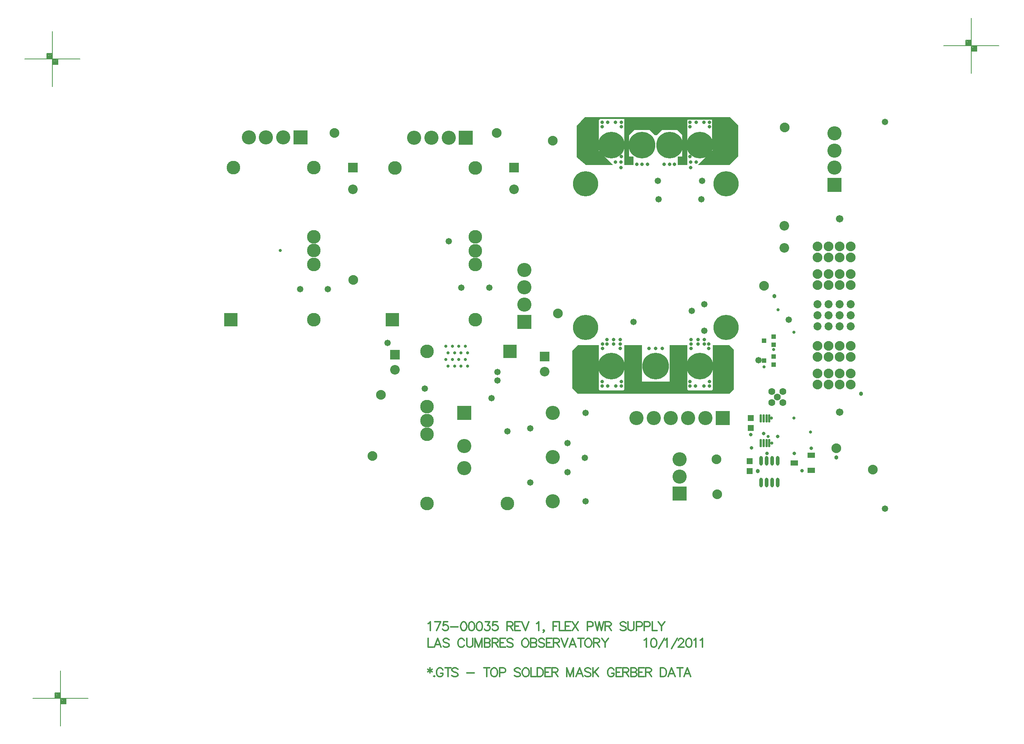
<source format=gts>
%FSLAX23Y23*%
%MOIN*%
G70*
G01*
G75*
G04 Layer_Color=8388736*
%ADD10O,0.024X0.079*%
%ADD11R,0.036X0.036*%
%ADD12O,0.014X0.067*%
%ADD13R,0.059X0.039*%
%ADD14R,0.050X0.050*%
%ADD15C,0.010*%
%ADD16C,0.020*%
%ADD17C,0.012*%
%ADD18C,0.008*%
%ADD19C,0.012*%
%ADD20C,0.012*%
%ADD21C,0.032*%
%ADD22C,0.233*%
%ADD23C,0.220*%
%ADD24C,0.064*%
%ADD25C,0.020*%
%ADD26C,0.115*%
%ADD27R,0.115X0.115*%
%ADD28C,0.079*%
%ADD29C,0.080*%
%ADD30C,0.065*%
%ADD31C,0.059*%
%ADD32C,0.055*%
%ADD33R,0.120X0.120*%
%ADD34C,0.120*%
%ADD35R,0.120X0.120*%
%ADD36R,0.079X0.079*%
%ADD37C,0.050*%
%ADD38C,0.024*%
%ADD39C,0.030*%
%ADD40C,0.040*%
%ADD41C,0.072*%
%ADD42C,0.056*%
%ADD43C,0.206*%
%ADD44C,0.104*%
%ADD45C,0.118*%
G04:AMPARAMS|DCode=46|XSize=138mil|YSize=138mil|CornerRadius=0mil|HoleSize=0mil|Usage=FLASHONLY|Rotation=0.000|XOffset=0mil|YOffset=0mil|HoleType=Round|Shape=Relief|Width=10mil|Gap=10mil|Entries=4|*
%AMTHD46*
7,0,0,0.138,0.118,0.010,45*
%
%ADD46THD46*%
G04:AMPARAMS|DCode=47|XSize=107.244mil|YSize=107.244mil|CornerRadius=0mil|HoleSize=0mil|Usage=FLASHONLY|Rotation=0.000|XOffset=0mil|YOffset=0mil|HoleType=Round|Shape=Relief|Width=10mil|Gap=10mil|Entries=4|*
%AMTHD47*
7,0,0,0.107,0.087,0.010,45*
%
%ADD47THD47*%
G04:AMPARAMS|DCode=48|XSize=112mil|YSize=112mil|CornerRadius=0mil|HoleSize=0mil|Usage=FLASHONLY|Rotation=0.000|XOffset=0mil|YOffset=0mil|HoleType=Round|Shape=Relief|Width=10mil|Gap=10mil|Entries=4|*
%AMTHD48*
7,0,0,0.112,0.092,0.010,45*
%
%ADD48THD48*%
%ADD49C,0.092*%
%ADD50C,0.190*%
%ADD51C,0.073*%
%ADD52C,0.110*%
%ADD53C,0.087*%
G04:AMPARAMS|DCode=54|XSize=130mil|YSize=130mil|CornerRadius=0mil|HoleSize=0mil|Usage=FLASHONLY|Rotation=0.000|XOffset=0mil|YOffset=0mil|HoleType=Round|Shape=Relief|Width=10mil|Gap=10mil|Entries=4|*
%AMTHD54*
7,0,0,0.130,0.110,0.010,45*
%
%ADD54THD54*%
%ADD55C,0.150*%
%ADD56C,0.068*%
G04:AMPARAMS|DCode=57|XSize=88mil|YSize=88mil|CornerRadius=0mil|HoleSize=0mil|Usage=FLASHONLY|Rotation=0.000|XOffset=0mil|YOffset=0mil|HoleType=Round|Shape=Relief|Width=10mil|Gap=10mil|Entries=4|*
%AMTHD57*
7,0,0,0.088,0.068,0.010,45*
%
%ADD57THD57*%
%ADD58C,0.055*%
G04:AMPARAMS|DCode=59|XSize=100mil|YSize=100mil|CornerRadius=0mil|HoleSize=0mil|Usage=FLASHONLY|Rotation=0.000|XOffset=0mil|YOffset=0mil|HoleType=Round|Shape=Relief|Width=10mil|Gap=10mil|Entries=4|*
%AMTHD59*
7,0,0,0.100,0.080,0.010,45*
%
%ADD59THD59*%
G04:AMPARAMS|DCode=60|XSize=93.465mil|YSize=93.465mil|CornerRadius=0mil|HoleSize=0mil|Usage=FLASHONLY|Rotation=0.000|XOffset=0mil|YOffset=0mil|HoleType=Round|Shape=Relief|Width=10mil|Gap=10mil|Entries=4|*
%AMTHD60*
7,0,0,0.093,0.073,0.010,45*
%
%ADD60THD60*%
G04:AMPARAMS|DCode=61|XSize=70mil|YSize=70mil|CornerRadius=0mil|HoleSize=0mil|Usage=FLASHONLY|Rotation=0.000|XOffset=0mil|YOffset=0mil|HoleType=Round|Shape=Relief|Width=10mil|Gap=10mil|Entries=4|*
%AMTHD61*
7,0,0,0.070,0.050,0.010,45*
%
%ADD61THD61*%
G04:AMPARAMS|DCode=62|XSize=75mil|YSize=75mil|CornerRadius=0mil|HoleSize=0mil|Usage=FLASHONLY|Rotation=0.000|XOffset=0mil|YOffset=0mil|HoleType=Round|Shape=Relief|Width=10mil|Gap=10mil|Entries=4|*
%AMTHD62*
7,0,0,0.075,0.055,0.010,45*
%
%ADD62THD62*%
%ADD63R,0.037X0.075*%
%ADD64R,0.268X0.272*%
%ADD65R,0.094X0.102*%
%ADD66R,0.050X0.050*%
%ADD67R,0.094X0.130*%
%ADD68R,0.059X0.087*%
%ADD69R,0.055X0.130*%
%ADD70C,0.050*%
%ADD71C,0.025*%
%ADD72C,0.007*%
%ADD73C,0.010*%
%ADD74C,0.024*%
%ADD75C,0.010*%
%ADD76C,0.008*%
%ADD77C,0.006*%
%ADD78C,0.007*%
%ADD79R,0.190X0.123*%
%ADD80R,0.230X0.340*%
%ADD81R,0.240X0.280*%
%ADD82R,0.230X0.275*%
%ADD83R,0.230X0.315*%
%ADD84O,0.032X0.087*%
%ADD85R,0.044X0.044*%
%ADD86O,0.022X0.075*%
%ADD87R,0.067X0.047*%
%ADD88R,0.058X0.058*%
%ADD89C,0.241*%
%ADD90C,0.228*%
%ADD91C,0.028*%
%ADD92C,0.123*%
%ADD93R,0.123X0.123*%
%ADD94C,0.087*%
%ADD95C,0.088*%
%ADD96C,0.073*%
%ADD97C,0.067*%
%ADD98C,0.063*%
%ADD99R,0.128X0.128*%
%ADD100C,0.128*%
%ADD101R,0.128X0.128*%
%ADD102R,0.087X0.087*%
%ADD103C,0.058*%
%ADD104C,0.038*%
G36*
X51834Y33524D02*
Y33164D01*
X51794Y33124D01*
X50424D01*
X50374Y33174D01*
Y33514D01*
X50424Y33564D01*
X50614D01*
Y33167D01*
X50624Y33157D01*
X50834D01*
X50844Y33167D01*
Y33564D01*
X51004D01*
Y33234D01*
X51254D01*
Y33564D01*
X51414D01*
Y33167D01*
X51424Y33157D01*
X51634D01*
X51644Y33167D01*
Y33564D01*
X51794D01*
X51834Y33524D01*
D02*
G37*
G36*
X51874Y35555D02*
Y35275D01*
X51794Y35195D01*
X51509D01*
Y35197D01*
X51644Y35332D01*
X51639Y35337D01*
Y35607D01*
X51419D01*
X51414Y35602D01*
Y35195D01*
X51329D01*
Y35272D01*
X51369D01*
Y35467D01*
X51324Y35512D01*
X51184D01*
X51139Y35467D01*
X51119D01*
X51074Y35512D01*
X50934D01*
X50889Y35467D01*
Y35272D01*
X50929D01*
Y35195D01*
X50844D01*
Y35612D01*
X50624D01*
X50614Y35602D01*
Y35325D01*
X50744Y35195D01*
X50499D01*
X50414Y35265D01*
Y35550D01*
X50489Y35630D01*
X51799D01*
X51874Y35555D01*
D02*
G37*
D17*
X49088Y30644D02*
Y30598D01*
X49069Y30633D02*
X49107Y30610D01*
Y30633D02*
X49069Y30610D01*
X49127Y30572D02*
X49123Y30568D01*
X49127Y30564D01*
X49131Y30568D01*
X49127Y30572D01*
X49205Y30625D02*
X49201Y30633D01*
X49194Y30640D01*
X49186Y30644D01*
X49171D01*
X49163Y30640D01*
X49156Y30633D01*
X49152Y30625D01*
X49148Y30614D01*
Y30594D01*
X49152Y30583D01*
X49156Y30575D01*
X49163Y30568D01*
X49171Y30564D01*
X49186D01*
X49194Y30568D01*
X49201Y30575D01*
X49205Y30583D01*
Y30594D01*
X49186D02*
X49205D01*
X49250Y30644D02*
Y30564D01*
X49224Y30644D02*
X49277D01*
X49340Y30633D02*
X49332Y30640D01*
X49321Y30644D01*
X49305D01*
X49294Y30640D01*
X49286Y30633D01*
Y30625D01*
X49290Y30617D01*
X49294Y30614D01*
X49302Y30610D01*
X49324Y30602D01*
X49332Y30598D01*
X49336Y30594D01*
X49340Y30587D01*
Y30575D01*
X49332Y30568D01*
X49321Y30564D01*
X49305D01*
X49294Y30568D01*
X49286Y30575D01*
X49420Y30598D02*
X49489D01*
X49602Y30644D02*
Y30564D01*
X49575Y30644D02*
X49629D01*
X49661D02*
X49654Y30640D01*
X49646Y30633D01*
X49642Y30625D01*
X49638Y30614D01*
Y30594D01*
X49642Y30583D01*
X49646Y30575D01*
X49654Y30568D01*
X49661Y30564D01*
X49676D01*
X49684Y30568D01*
X49692Y30575D01*
X49695Y30583D01*
X49699Y30594D01*
Y30614D01*
X49695Y30625D01*
X49692Y30633D01*
X49684Y30640D01*
X49676Y30644D01*
X49661D01*
X49718Y30602D02*
X49752D01*
X49764Y30606D01*
X49767Y30610D01*
X49771Y30617D01*
Y30629D01*
X49767Y30636D01*
X49764Y30640D01*
X49752Y30644D01*
X49718D01*
Y30564D01*
X49905Y30633D02*
X49898Y30640D01*
X49886Y30644D01*
X49871D01*
X49860Y30640D01*
X49852Y30633D01*
Y30625D01*
X49856Y30617D01*
X49860Y30614D01*
X49867Y30610D01*
X49890Y30602D01*
X49898Y30598D01*
X49902Y30594D01*
X49905Y30587D01*
Y30575D01*
X49898Y30568D01*
X49886Y30564D01*
X49871D01*
X49860Y30568D01*
X49852Y30575D01*
X49946Y30644D02*
X49938Y30640D01*
X49931Y30633D01*
X49927Y30625D01*
X49923Y30614D01*
Y30594D01*
X49927Y30583D01*
X49931Y30575D01*
X49938Y30568D01*
X49946Y30564D01*
X49961D01*
X49969Y30568D01*
X49977Y30575D01*
X49980Y30583D01*
X49984Y30594D01*
Y30614D01*
X49980Y30625D01*
X49977Y30633D01*
X49969Y30640D01*
X49961Y30644D01*
X49946D01*
X50003D02*
Y30564D01*
X50049D01*
X50057Y30644D02*
Y30564D01*
Y30644D02*
X50084D01*
X50095Y30640D01*
X50103Y30633D01*
X50107Y30625D01*
X50111Y30614D01*
Y30594D01*
X50107Y30583D01*
X50103Y30575D01*
X50095Y30568D01*
X50084Y30564D01*
X50057D01*
X50178Y30644D02*
X50129D01*
Y30564D01*
X50178D01*
X50129Y30606D02*
X50159D01*
X50191Y30644D02*
Y30564D01*
Y30644D02*
X50226D01*
X50237Y30640D01*
X50241Y30636D01*
X50245Y30629D01*
Y30621D01*
X50241Y30614D01*
X50237Y30610D01*
X50226Y30606D01*
X50191D01*
X50218D02*
X50245Y30564D01*
X50325Y30644D02*
Y30564D01*
Y30644D02*
X50356Y30564D01*
X50386Y30644D02*
X50356Y30564D01*
X50386Y30644D02*
Y30564D01*
X50470D02*
X50440Y30644D01*
X50409Y30564D01*
X50421Y30591D02*
X50459D01*
X50542Y30633D02*
X50535Y30640D01*
X50523Y30644D01*
X50508D01*
X50496Y30640D01*
X50489Y30633D01*
Y30625D01*
X50493Y30617D01*
X50496Y30614D01*
X50504Y30610D01*
X50527Y30602D01*
X50535Y30598D01*
X50538Y30594D01*
X50542Y30587D01*
Y30575D01*
X50535Y30568D01*
X50523Y30564D01*
X50508D01*
X50496Y30568D01*
X50489Y30575D01*
X50560Y30644D02*
Y30564D01*
X50613Y30644D02*
X50560Y30591D01*
X50579Y30610D02*
X50613Y30564D01*
X50751Y30625D02*
X50747Y30633D01*
X50740Y30640D01*
X50732Y30644D01*
X50717D01*
X50709Y30640D01*
X50702Y30633D01*
X50698Y30625D01*
X50694Y30614D01*
Y30594D01*
X50698Y30583D01*
X50702Y30575D01*
X50709Y30568D01*
X50717Y30564D01*
X50732D01*
X50740Y30568D01*
X50747Y30575D01*
X50751Y30583D01*
Y30594D01*
X50732D02*
X50751D01*
X50819Y30644D02*
X50770D01*
Y30564D01*
X50819D01*
X50770Y30606D02*
X50800D01*
X50832Y30644D02*
Y30564D01*
Y30644D02*
X50867D01*
X50878Y30640D01*
X50882Y30636D01*
X50886Y30629D01*
Y30621D01*
X50882Y30614D01*
X50878Y30610D01*
X50867Y30606D01*
X50832D01*
X50859D02*
X50886Y30564D01*
X50904Y30644D02*
Y30564D01*
Y30644D02*
X50938D01*
X50949Y30640D01*
X50953Y30636D01*
X50957Y30629D01*
Y30621D01*
X50953Y30614D01*
X50949Y30610D01*
X50938Y30606D01*
X50904D02*
X50938D01*
X50949Y30602D01*
X50953Y30598D01*
X50957Y30591D01*
Y30579D01*
X50953Y30572D01*
X50949Y30568D01*
X50938Y30564D01*
X50904D01*
X51024Y30644D02*
X50975D01*
Y30564D01*
X51024D01*
X50975Y30606D02*
X51005D01*
X51038Y30644D02*
Y30564D01*
Y30644D02*
X51072D01*
X51083Y30640D01*
X51087Y30636D01*
X51091Y30629D01*
Y30621D01*
X51087Y30614D01*
X51083Y30610D01*
X51072Y30606D01*
X51038D01*
X51064D02*
X51091Y30564D01*
X51172Y30644D02*
Y30564D01*
Y30644D02*
X51198D01*
X51210Y30640D01*
X51217Y30633D01*
X51221Y30625D01*
X51225Y30614D01*
Y30594D01*
X51221Y30583D01*
X51217Y30575D01*
X51210Y30568D01*
X51198Y30564D01*
X51172D01*
X51304D02*
X51273Y30644D01*
X51243Y30564D01*
X51254Y30591D02*
X51292D01*
X51349Y30644D02*
Y30564D01*
X51323Y30644D02*
X51376D01*
X51446Y30564D02*
X51416Y30644D01*
X51385Y30564D01*
X51397Y30591D02*
X51435D01*
D18*
X45497Y30370D02*
X45997D01*
X45747Y30120D02*
Y30620D01*
X45697Y30370D02*
Y30420D01*
X45747D01*
X45797Y30320D02*
Y30370D01*
X45747Y30320D02*
X45797D01*
X45752Y30365D02*
X45792D01*
Y30325D02*
Y30365D01*
X45752Y30325D02*
X45792D01*
X45752D02*
Y30365D01*
X45757Y30360D02*
X45787D01*
Y30330D02*
Y30360D01*
X45757Y30330D02*
X45787D01*
X45757D02*
Y30355D01*
X45762D02*
X45782D01*
Y30335D02*
Y30355D01*
X45762Y30335D02*
X45782D01*
X45762D02*
Y30350D01*
X45767D02*
X45777D01*
Y30340D02*
Y30350D01*
X45767Y30340D02*
X45777D01*
X45767D02*
Y30350D01*
Y30345D02*
X45777D01*
X45702Y30415D02*
X45742D01*
Y30375D02*
Y30415D01*
X45702Y30375D02*
X45742D01*
X45702D02*
Y30415D01*
X45707Y30410D02*
X45737D01*
Y30380D02*
Y30410D01*
X45707Y30380D02*
X45737D01*
X45707D02*
Y30405D01*
X45712D02*
X45732D01*
Y30385D02*
Y30405D01*
X45712Y30385D02*
X45732D01*
X45712D02*
Y30400D01*
X45717D02*
X45727D01*
Y30390D02*
Y30400D01*
X45717Y30390D02*
X45727D01*
X45717D02*
Y30400D01*
Y30395D02*
X45727D01*
X45426Y36157D02*
X45926D01*
X45676Y35907D02*
Y36407D01*
X45626Y36157D02*
Y36207D01*
X45676D01*
X45726Y36107D02*
Y36157D01*
X45676Y36107D02*
X45726D01*
X45681Y36152D02*
X45721D01*
Y36112D02*
Y36152D01*
X45681Y36112D02*
X45721D01*
X45681D02*
Y36152D01*
X45686Y36147D02*
X45716D01*
Y36117D02*
Y36147D01*
X45686Y36117D02*
X45716D01*
X45686D02*
Y36142D01*
X45691D02*
X45711D01*
Y36122D02*
Y36142D01*
X45691Y36122D02*
X45711D01*
X45691D02*
Y36137D01*
X45696D02*
X45706D01*
Y36127D02*
Y36137D01*
X45696Y36127D02*
X45706D01*
X45696D02*
Y36137D01*
Y36132D02*
X45706D01*
X45631Y36202D02*
X45671D01*
Y36162D02*
Y36202D01*
X45631Y36162D02*
X45671D01*
X45631D02*
Y36202D01*
X45636Y36197D02*
X45666D01*
Y36167D02*
Y36197D01*
X45636Y36167D02*
X45666D01*
X45636D02*
Y36192D01*
X45641D02*
X45661D01*
Y36172D02*
Y36192D01*
X45641Y36172D02*
X45661D01*
X45641D02*
Y36187D01*
X45646D02*
X45656D01*
Y36177D02*
Y36187D01*
X45646Y36177D02*
X45656D01*
X45646D02*
Y36187D01*
Y36182D02*
X45656D01*
X53733Y36275D02*
X54233D01*
X53983Y36025D02*
Y36525D01*
X53933Y36275D02*
Y36325D01*
X53983D01*
X54033Y36225D02*
Y36275D01*
X53983Y36225D02*
X54033D01*
X53988Y36270D02*
X54028D01*
Y36230D02*
Y36270D01*
X53988Y36230D02*
X54028D01*
X53988D02*
Y36270D01*
X53993Y36265D02*
X54023D01*
Y36235D02*
Y36265D01*
X53993Y36235D02*
X54023D01*
X53993D02*
Y36260D01*
X53998D02*
X54018D01*
Y36240D02*
Y36260D01*
X53998Y36240D02*
X54018D01*
X53998D02*
Y36255D01*
X54003D02*
X54013D01*
Y36245D02*
Y36255D01*
X54003Y36245D02*
X54013D01*
X54003D02*
Y36255D01*
Y36250D02*
X54013D01*
X53938Y36320D02*
X53978D01*
Y36280D02*
Y36320D01*
X53938Y36280D02*
X53978D01*
X53938D02*
Y36320D01*
X53943Y36315D02*
X53973D01*
Y36285D02*
Y36315D01*
X53943Y36285D02*
X53973D01*
X53943D02*
Y36310D01*
X53948D02*
X53968D01*
Y36290D02*
Y36310D01*
X53948Y36290D02*
X53968D01*
X53948D02*
Y36305D01*
X53953D02*
X53963D01*
Y36295D02*
Y36305D01*
X53953Y36295D02*
X53963D01*
X53953D02*
Y36305D01*
Y36300D02*
X53963D01*
D19*
X49073Y31045D02*
X49081Y31049D01*
X49092Y31061D01*
Y30981D01*
X49185Y31061D02*
X49147Y30981D01*
X49132Y31061D02*
X49185D01*
X49249D02*
X49211D01*
X49207Y31026D01*
X49211Y31030D01*
X49222Y31034D01*
X49233D01*
X49245Y31030D01*
X49252Y31022D01*
X49256Y31011D01*
Y31003D01*
X49252Y30992D01*
X49245Y30984D01*
X49233Y30981D01*
X49222D01*
X49211Y30984D01*
X49207Y30988D01*
X49203Y30996D01*
X49274Y31015D02*
X49343D01*
X49389Y31061D02*
X49378Y31057D01*
X49370Y31045D01*
X49366Y31026D01*
Y31015D01*
X49370Y30996D01*
X49378Y30984D01*
X49389Y30981D01*
X49397D01*
X49408Y30984D01*
X49416Y30996D01*
X49420Y31015D01*
Y31026D01*
X49416Y31045D01*
X49408Y31057D01*
X49397Y31061D01*
X49389D01*
X49460D02*
X49449Y31057D01*
X49441Y31045D01*
X49438Y31026D01*
Y31015D01*
X49441Y30996D01*
X49449Y30984D01*
X49460Y30981D01*
X49468D01*
X49479Y30984D01*
X49487Y30996D01*
X49491Y31015D01*
Y31026D01*
X49487Y31045D01*
X49479Y31057D01*
X49468Y31061D01*
X49460D01*
X49532D02*
X49520Y31057D01*
X49513Y31045D01*
X49509Y31026D01*
Y31015D01*
X49513Y30996D01*
X49520Y30984D01*
X49532Y30981D01*
X49539D01*
X49551Y30984D01*
X49558Y30996D01*
X49562Y31015D01*
Y31026D01*
X49558Y31045D01*
X49551Y31057D01*
X49539Y31061D01*
X49532D01*
X49588D02*
X49629D01*
X49607Y31030D01*
X49618D01*
X49626Y31026D01*
X49629Y31022D01*
X49633Y31011D01*
Y31003D01*
X49629Y30992D01*
X49622Y30984D01*
X49610Y30981D01*
X49599D01*
X49588Y30984D01*
X49584Y30988D01*
X49580Y30996D01*
X49697Y31061D02*
X49659D01*
X49655Y31026D01*
X49659Y31030D01*
X49670Y31034D01*
X49682D01*
X49693Y31030D01*
X49701Y31022D01*
X49705Y31011D01*
Y31003D01*
X49701Y30992D01*
X49693Y30984D01*
X49682Y30981D01*
X49670D01*
X49659Y30984D01*
X49655Y30988D01*
X49651Y30996D01*
X49785Y31061D02*
Y30981D01*
Y31061D02*
X49820D01*
X49831Y31057D01*
X49835Y31053D01*
X49839Y31045D01*
Y31038D01*
X49835Y31030D01*
X49831Y31026D01*
X49820Y31022D01*
X49785D01*
X49812D02*
X49839Y30981D01*
X49906Y31061D02*
X49856D01*
Y30981D01*
X49906D01*
X49856Y31022D02*
X49887D01*
X49919Y31061D02*
X49950Y30981D01*
X49980Y31061D02*
X49950Y30981D01*
X50053Y31045D02*
X50061Y31049D01*
X50072Y31061D01*
Y30981D01*
X50120Y30984D02*
X50116Y30981D01*
X50112Y30984D01*
X50116Y30988D01*
X50120Y30984D01*
Y30977D01*
X50116Y30969D01*
X50112Y30965D01*
X50200Y31061D02*
Y30981D01*
Y31061D02*
X50250D01*
X50200Y31022D02*
X50230D01*
X50259Y31061D02*
Y30981D01*
X50304D01*
X50363Y31061D02*
X50313D01*
Y30981D01*
X50363D01*
X50313Y31022D02*
X50344D01*
X50376Y31061D02*
X50429Y30981D01*
Y31061D02*
X50376Y30981D01*
X50510Y31019D02*
X50544D01*
X50556Y31022D01*
X50560Y31026D01*
X50563Y31034D01*
Y31045D01*
X50560Y31053D01*
X50556Y31057D01*
X50544Y31061D01*
X50510D01*
Y30981D01*
X50581Y31061D02*
X50600Y30981D01*
X50619Y31061D02*
X50600Y30981D01*
X50619Y31061D02*
X50638Y30981D01*
X50657Y31061D02*
X50638Y30981D01*
X50673Y31061D02*
Y30981D01*
Y31061D02*
X50708D01*
X50719Y31057D01*
X50723Y31053D01*
X50727Y31045D01*
Y31038D01*
X50723Y31030D01*
X50719Y31026D01*
X50708Y31022D01*
X50673D01*
X50700D02*
X50727Y30981D01*
X50861Y31049D02*
X50853Y31057D01*
X50842Y31061D01*
X50827D01*
X50815Y31057D01*
X50808Y31049D01*
Y31042D01*
X50811Y31034D01*
X50815Y31030D01*
X50823Y31026D01*
X50846Y31019D01*
X50853Y31015D01*
X50857Y31011D01*
X50861Y31003D01*
Y30992D01*
X50853Y30984D01*
X50842Y30981D01*
X50827D01*
X50815Y30984D01*
X50808Y30992D01*
X50879Y31061D02*
Y31003D01*
X50883Y30992D01*
X50890Y30984D01*
X50902Y30981D01*
X50909D01*
X50921Y30984D01*
X50928Y30992D01*
X50932Y31003D01*
Y31061D01*
X50954Y31019D02*
X50988D01*
X51000Y31022D01*
X51004Y31026D01*
X51007Y31034D01*
Y31045D01*
X51004Y31053D01*
X51000Y31057D01*
X50988Y31061D01*
X50954D01*
Y30981D01*
X51025Y31019D02*
X51060D01*
X51071Y31022D01*
X51075Y31026D01*
X51079Y31034D01*
Y31045D01*
X51075Y31053D01*
X51071Y31057D01*
X51060Y31061D01*
X51025D01*
Y30981D01*
X51097Y31061D02*
Y30981D01*
X51142D01*
X51151Y31061D02*
X51182Y31022D01*
Y30981D01*
X51212Y31061D02*
X51182Y31022D01*
D20*
X49073Y30911D02*
Y30831D01*
X49119D01*
X49188D02*
X49158Y30911D01*
X49127Y30831D01*
X49139Y30857D02*
X49177D01*
X49260Y30899D02*
X49253Y30907D01*
X49241Y30911D01*
X49226D01*
X49215Y30907D01*
X49207Y30899D01*
Y30892D01*
X49211Y30884D01*
X49215Y30880D01*
X49222Y30876D01*
X49245Y30869D01*
X49253Y30865D01*
X49257Y30861D01*
X49260Y30853D01*
Y30842D01*
X49253Y30834D01*
X49241Y30831D01*
X49226D01*
X49215Y30834D01*
X49207Y30842D01*
X49398Y30892D02*
X49394Y30899D01*
X49387Y30907D01*
X49379Y30911D01*
X49364D01*
X49356Y30907D01*
X49349Y30899D01*
X49345Y30892D01*
X49341Y30880D01*
Y30861D01*
X49345Y30850D01*
X49349Y30842D01*
X49356Y30834D01*
X49364Y30831D01*
X49379D01*
X49387Y30834D01*
X49394Y30842D01*
X49398Y30850D01*
X49421Y30911D02*
Y30853D01*
X49425Y30842D01*
X49432Y30834D01*
X49444Y30831D01*
X49451D01*
X49463Y30834D01*
X49470Y30842D01*
X49474Y30853D01*
Y30911D01*
X49496D02*
Y30831D01*
Y30911D02*
X49527Y30831D01*
X49557Y30911D02*
X49527Y30831D01*
X49557Y30911D02*
Y30831D01*
X49580Y30911D02*
Y30831D01*
Y30911D02*
X49614D01*
X49626Y30907D01*
X49629Y30903D01*
X49633Y30895D01*
Y30888D01*
X49629Y30880D01*
X49626Y30876D01*
X49614Y30872D01*
X49580D02*
X49614D01*
X49626Y30869D01*
X49629Y30865D01*
X49633Y30857D01*
Y30846D01*
X49629Y30838D01*
X49626Y30834D01*
X49614Y30831D01*
X49580D01*
X49651Y30911D02*
Y30831D01*
Y30911D02*
X49685D01*
X49697Y30907D01*
X49701Y30903D01*
X49705Y30895D01*
Y30888D01*
X49701Y30880D01*
X49697Y30876D01*
X49685Y30872D01*
X49651D01*
X49678D02*
X49705Y30831D01*
X49772Y30911D02*
X49722D01*
Y30831D01*
X49772D01*
X49722Y30872D02*
X49753D01*
X49839Y30899D02*
X49831Y30907D01*
X49820Y30911D01*
X49804D01*
X49793Y30907D01*
X49785Y30899D01*
Y30892D01*
X49789Y30884D01*
X49793Y30880D01*
X49800Y30876D01*
X49823Y30869D01*
X49831Y30865D01*
X49835Y30861D01*
X49839Y30853D01*
Y30842D01*
X49831Y30834D01*
X49820Y30831D01*
X49804D01*
X49793Y30834D01*
X49785Y30842D01*
X49942Y30911D02*
X49935Y30907D01*
X49927Y30899D01*
X49923Y30892D01*
X49919Y30880D01*
Y30861D01*
X49923Y30850D01*
X49927Y30842D01*
X49935Y30834D01*
X49942Y30831D01*
X49957D01*
X49965Y30834D01*
X49973Y30842D01*
X49976Y30850D01*
X49980Y30861D01*
Y30880D01*
X49976Y30892D01*
X49973Y30899D01*
X49965Y30907D01*
X49957Y30911D01*
X49942D01*
X49999D02*
Y30831D01*
Y30911D02*
X50033D01*
X50045Y30907D01*
X50048Y30903D01*
X50052Y30895D01*
Y30888D01*
X50048Y30880D01*
X50045Y30876D01*
X50033Y30872D01*
X49999D02*
X50033D01*
X50045Y30869D01*
X50048Y30865D01*
X50052Y30857D01*
Y30846D01*
X50048Y30838D01*
X50045Y30834D01*
X50033Y30831D01*
X49999D01*
X50123Y30899D02*
X50116Y30907D01*
X50104Y30911D01*
X50089D01*
X50078Y30907D01*
X50070Y30899D01*
Y30892D01*
X50074Y30884D01*
X50078Y30880D01*
X50085Y30876D01*
X50108Y30869D01*
X50116Y30865D01*
X50120Y30861D01*
X50123Y30853D01*
Y30842D01*
X50116Y30834D01*
X50104Y30831D01*
X50089D01*
X50078Y30834D01*
X50070Y30842D01*
X50191Y30911D02*
X50141D01*
Y30831D01*
X50191D01*
X50141Y30872D02*
X50172D01*
X50204Y30911D02*
Y30831D01*
Y30911D02*
X50238D01*
X50250Y30907D01*
X50254Y30903D01*
X50258Y30895D01*
Y30888D01*
X50254Y30880D01*
X50250Y30876D01*
X50238Y30872D01*
X50204D01*
X50231D02*
X50258Y30831D01*
X50275Y30911D02*
X50306Y30831D01*
X50336Y30911D02*
X50306Y30831D01*
X50408D02*
X50377Y30911D01*
X50347Y30831D01*
X50358Y30857D02*
X50396D01*
X50453Y30911D02*
Y30831D01*
X50426Y30911D02*
X50480D01*
X50512D02*
X50504Y30907D01*
X50497Y30899D01*
X50493Y30892D01*
X50489Y30880D01*
Y30861D01*
X50493Y30850D01*
X50497Y30842D01*
X50504Y30834D01*
X50512Y30831D01*
X50527D01*
X50535Y30834D01*
X50542Y30842D01*
X50546Y30850D01*
X50550Y30861D01*
Y30880D01*
X50546Y30892D01*
X50542Y30899D01*
X50535Y30907D01*
X50527Y30911D01*
X50512D01*
X50569D02*
Y30831D01*
Y30911D02*
X50603D01*
X50614Y30907D01*
X50618Y30903D01*
X50622Y30895D01*
Y30888D01*
X50618Y30880D01*
X50614Y30876D01*
X50603Y30872D01*
X50569D01*
X50595D02*
X50622Y30831D01*
X50640Y30911D02*
X50670Y30872D01*
Y30831D01*
X50701Y30911D02*
X50670Y30872D01*
X51025Y30895D02*
X51033Y30899D01*
X51044Y30911D01*
Y30831D01*
X51107Y30911D02*
X51095Y30907D01*
X51088Y30895D01*
X51084Y30876D01*
Y30865D01*
X51088Y30846D01*
X51095Y30834D01*
X51107Y30831D01*
X51114D01*
X51126Y30834D01*
X51134Y30846D01*
X51137Y30865D01*
Y30876D01*
X51134Y30895D01*
X51126Y30907D01*
X51114Y30911D01*
X51107D01*
X51155Y30819D02*
X51209Y30911D01*
X51214Y30895D02*
X51222Y30899D01*
X51233Y30911D01*
Y30831D01*
X51273Y30819D02*
X51326Y30911D01*
X51335Y30892D02*
Y30895D01*
X51339Y30903D01*
X51343Y30907D01*
X51350Y30911D01*
X51365D01*
X51373Y30907D01*
X51377Y30903D01*
X51381Y30895D01*
Y30888D01*
X51377Y30880D01*
X51369Y30869D01*
X51331Y30831D01*
X51385D01*
X51425Y30911D02*
X51414Y30907D01*
X51406Y30895D01*
X51402Y30876D01*
Y30865D01*
X51406Y30846D01*
X51414Y30834D01*
X51425Y30831D01*
X51433D01*
X51444Y30834D01*
X51452Y30846D01*
X51456Y30865D01*
Y30876D01*
X51452Y30895D01*
X51444Y30907D01*
X51433Y30911D01*
X51425D01*
X51474Y30895D02*
X51481Y30899D01*
X51493Y30911D01*
Y30831D01*
X51532Y30895D02*
X51540Y30899D01*
X51551Y30911D01*
Y30831D01*
D21*
X51439Y33197D02*
D03*
Y33237D02*
D03*
X51489Y33197D02*
D03*
X51614D02*
D03*
X51564D02*
D03*
X51614Y33237D02*
D03*
X51569Y33617D02*
D03*
X51512D02*
D03*
X51449D02*
D03*
Y33577D02*
D03*
Y33537D02*
D03*
X51512Y33577D02*
D03*
X51569D02*
D03*
X51609D02*
D03*
Y33537D02*
D03*
X51069D02*
D03*
X51189D02*
D03*
X51129D02*
D03*
X50649D02*
D03*
Y33577D02*
D03*
X50689D02*
D03*
X50747D02*
D03*
X50809Y33537D02*
D03*
Y33577D02*
D03*
Y33617D02*
D03*
X50747D02*
D03*
X50689D02*
D03*
X50644Y33237D02*
D03*
X50694Y33197D02*
D03*
X50644D02*
D03*
X50769D02*
D03*
X50819Y33237D02*
D03*
Y33197D02*
D03*
X51614Y35542D02*
D03*
X51564Y35582D02*
D03*
X51614D02*
D03*
X51494D02*
D03*
X51439Y35542D02*
D03*
Y35582D02*
D03*
X51494Y35222D02*
D03*
X51439Y35272D02*
D03*
X51444Y35222D02*
D03*
Y35172D02*
D03*
X51254Y35202D02*
D03*
X51299D02*
D03*
X51204D02*
D03*
X51054D02*
D03*
X50959D02*
D03*
X51004D02*
D03*
X50814Y35172D02*
D03*
Y35222D02*
D03*
X50819Y35272D02*
D03*
X50764Y35222D02*
D03*
X50819Y35582D02*
D03*
Y35542D02*
D03*
X50764Y35582D02*
D03*
X50644D02*
D03*
X50694D02*
D03*
X50644Y35542D02*
D03*
X52233Y32738D02*
D03*
X51989Y32756D02*
D03*
X51995Y32634D02*
D03*
X52534Y32632D02*
D03*
X52105Y32764D02*
D03*
X52451Y32430D02*
D03*
X52135Y32585D02*
D03*
X52381Y32584D02*
D03*
D41*
X51779Y35440D02*
D03*
X50504Y35315D02*
D03*
Y35440D02*
D03*
X51754Y33314D02*
D03*
Y33439D02*
D03*
X50479Y33314D02*
D03*
D84*
X52083Y32322D02*
D03*
X52133D02*
D03*
X52183D02*
D03*
X52233D02*
D03*
X52083Y32519D02*
D03*
X52133D02*
D03*
X52183D02*
D03*
X52233D02*
D03*
D85*
X52195Y33389D02*
D03*
X52109Y33426D02*
D03*
X52195Y33463D02*
D03*
Y33569D02*
D03*
X52109Y33606D02*
D03*
X52195Y33643D02*
D03*
D86*
X52079Y32678D02*
D03*
X52105D02*
D03*
X52130D02*
D03*
X52156D02*
D03*
X52079Y32902D02*
D03*
X52105D02*
D03*
X52130D02*
D03*
X52156D02*
D03*
D87*
X52534Y32431D02*
D03*
X52381Y32500D02*
D03*
X52534Y32569D02*
D03*
D88*
X51988Y32905D02*
D03*
Y32815D02*
D03*
X51978Y32515D02*
D03*
Y32425D02*
D03*
D89*
X51529Y35377D02*
D03*
X51254D02*
D03*
X51004D02*
D03*
X50729D02*
D03*
X51129Y33377D02*
D03*
X51529D02*
D03*
X50729D02*
D03*
D90*
X51764Y33727D02*
D03*
Y35027D02*
D03*
X50494D02*
D03*
Y33727D02*
D03*
D91*
X49428Y33377D02*
D03*
X49369D02*
D03*
X49310D02*
D03*
X49251D02*
D03*
X49231Y33436D02*
D03*
X49290D02*
D03*
X49349D02*
D03*
X49408D02*
D03*
X49428Y33495D02*
D03*
X49369D02*
D03*
X49310D02*
D03*
X49251D02*
D03*
X49231Y33554D02*
D03*
X49290D02*
D03*
X49349D02*
D03*
X49408D02*
D03*
X47734Y34421D02*
D03*
X52176Y32905D02*
D03*
X52378Y32906D02*
D03*
Y33681D02*
D03*
X52235Y33887D02*
D03*
X52196Y33527D02*
D03*
X52107Y33368D02*
D03*
X52146Y32740D02*
D03*
X52179Y32678D02*
D03*
X52529Y32780D02*
D03*
D92*
X48772Y35170D02*
D03*
X49497D02*
D03*
Y34545D02*
D03*
Y34420D02*
D03*
Y34295D02*
D03*
Y33795D02*
D03*
X49062Y33508D02*
D03*
Y33008D02*
D03*
Y32883D02*
D03*
Y32758D02*
D03*
Y32133D02*
D03*
X49787D02*
D03*
X47313Y35172D02*
D03*
X48038D02*
D03*
Y34547D02*
D03*
Y34422D02*
D03*
Y34297D02*
D03*
Y33797D02*
D03*
D93*
X48747Y33795D02*
D03*
X49812Y33508D02*
D03*
X47288Y33797D02*
D03*
D94*
X52290Y34444D02*
D03*
Y34644D02*
D03*
X50125Y33325D02*
D03*
X49849Y34976D02*
D03*
X48772Y33342D02*
D03*
X48392Y34976D02*
D03*
D95*
X52893Y33560D02*
D03*
X52793D02*
D03*
X52693D02*
D03*
X52593D02*
D03*
Y33460D02*
D03*
X52693D02*
D03*
X52793D02*
D03*
X52893D02*
D03*
X52593Y33310D02*
D03*
X52693D02*
D03*
X52793D02*
D03*
X52893D02*
D03*
X52593Y33210D02*
D03*
X52693D02*
D03*
X52793D02*
D03*
X52893D02*
D03*
Y34110D02*
D03*
X52793D02*
D03*
X52693D02*
D03*
X52593D02*
D03*
X52893Y34210D02*
D03*
X52793D02*
D03*
X52693D02*
D03*
X52593D02*
D03*
X52893Y34360D02*
D03*
X52793D02*
D03*
X52693D02*
D03*
X52593D02*
D03*
Y34460D02*
D03*
X52693D02*
D03*
X52793D02*
D03*
X52893D02*
D03*
X48644Y33116D02*
D03*
X48569Y32561D02*
D03*
X52762Y32631D02*
D03*
X50199Y35416D02*
D03*
X48394Y34156D02*
D03*
X52294Y35536D02*
D03*
X53093Y32440D02*
D03*
X52109Y34101D02*
D03*
X48225Y35485D02*
D03*
X49691D02*
D03*
X51684Y32216D02*
D03*
X51679Y32531D02*
D03*
X50244Y33851D02*
D03*
D96*
X52593Y33935D02*
D03*
X52693D02*
D03*
X52793D02*
D03*
X52893D02*
D03*
X52593Y33835D02*
D03*
X52693D02*
D03*
X52793D02*
D03*
X52893D02*
D03*
X52593Y33735D02*
D03*
X52693D02*
D03*
X52793D02*
D03*
X52893D02*
D03*
D97*
X52793Y34710D02*
D03*
Y32960D02*
D03*
D98*
X52228Y33097D02*
D03*
X52278Y33147D02*
D03*
X52178D02*
D03*
Y33047D02*
D03*
X52278D02*
D03*
D99*
X51734Y32906D02*
D03*
X49399Y32951D02*
D03*
X47918Y35446D02*
D03*
X49413Y35441D02*
D03*
D100*
X51578Y32906D02*
D03*
X51422D02*
D03*
X51266D02*
D03*
X51110D02*
D03*
X50954D02*
D03*
X49942Y34244D02*
D03*
Y33932D02*
D03*
Y34088D02*
D03*
X51345Y32377D02*
D03*
Y32533D02*
D03*
X50199Y32951D02*
D03*
Y32551D02*
D03*
Y32151D02*
D03*
X49399Y32451D02*
D03*
Y32651D02*
D03*
X52744Y35483D02*
D03*
Y35171D02*
D03*
Y35327D02*
D03*
X47450Y35446D02*
D03*
X47762D02*
D03*
X47606D02*
D03*
X48945Y35441D02*
D03*
X49257D02*
D03*
X49101D02*
D03*
D101*
X49942Y33776D02*
D03*
X51345Y32221D02*
D03*
X52744Y35015D02*
D03*
D102*
X50125Y33463D02*
D03*
X49849Y35173D02*
D03*
X48772Y33480D02*
D03*
X48392Y35173D02*
D03*
D103*
X53203Y32085D02*
D03*
Y35585D02*
D03*
X51569Y33935D02*
D03*
X50927Y33775D02*
D03*
X49994Y32811D02*
D03*
X50494Y32951D02*
D03*
Y32151D02*
D03*
X50487Y32544D02*
D03*
X50331Y32678D02*
D03*
X50332Y32417D02*
D03*
X49994Y32322D02*
D03*
X49257Y34504D02*
D03*
X49787Y32786D02*
D03*
X49625Y34086D02*
D03*
X49371D02*
D03*
X49699Y33246D02*
D03*
Y33321D02*
D03*
X49644Y33086D02*
D03*
X49041Y33171D02*
D03*
X48704Y33586D02*
D03*
X47915Y34071D02*
D03*
X48164D02*
D03*
X51547Y35053D02*
D03*
X51542Y34886D02*
D03*
X51155D02*
D03*
X51147Y35053D02*
D03*
X51569Y33696D02*
D03*
X51454Y33876D02*
D03*
X52058Y33429D02*
D03*
X52333Y33795D02*
D03*
D104*
X52762Y32550D02*
D03*
X52986Y33126D02*
D03*
X52051Y32426D02*
D03*
X52200Y34010D02*
D03*
M02*

</source>
